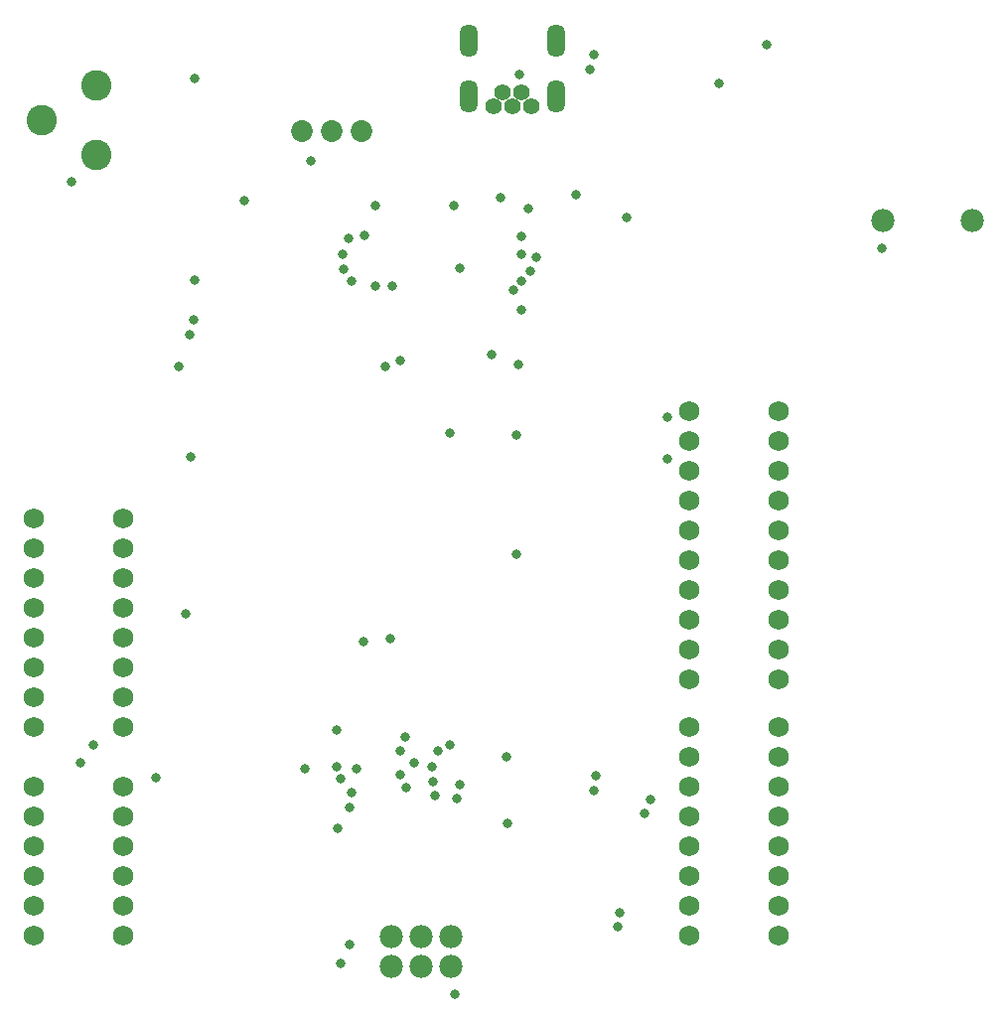
<source format=gbs>
G04*
G04 #@! TF.GenerationSoftware,Altium Limited,Altium Designer,20.1.14 (287)*
G04*
G04 Layer_Color=16711935*
%FSLAX25Y25*%
%MOIN*%
G70*
G04*
G04 #@! TF.SameCoordinates,AE2E9B50-125B-4246-99C6-3B409F254E70*
G04*
G04*
G04 #@! TF.FilePolarity,Negative*
G04*
G01*
G75*
%ADD49C,0.06800*%
%ADD50C,0.07800*%
%ADD51C,0.07296*%
%ADD52C,0.10249*%
%ADD53C,0.05556*%
%ADD54O,0.05950X0.11099*%
%ADD55C,0.03300*%
D49*
X50000Y110000D02*
D03*
Y100000D02*
D03*
Y90000D02*
D03*
Y80000D02*
D03*
Y70000D02*
D03*
Y60000D02*
D03*
X80000D02*
D03*
Y70000D02*
D03*
Y80000D02*
D03*
Y90000D02*
D03*
Y100000D02*
D03*
Y110000D02*
D03*
X270000Y60000D02*
D03*
Y70000D02*
D03*
Y80000D02*
D03*
Y90000D02*
D03*
Y100000D02*
D03*
Y110000D02*
D03*
Y120000D02*
D03*
Y130000D02*
D03*
X300000Y146000D02*
D03*
Y156000D02*
D03*
Y166000D02*
D03*
Y176000D02*
D03*
Y186000D02*
D03*
Y196000D02*
D03*
Y206000D02*
D03*
Y216000D02*
D03*
Y226000D02*
D03*
Y236000D02*
D03*
X50000Y200000D02*
D03*
Y190000D02*
D03*
Y180000D02*
D03*
Y170000D02*
D03*
Y160000D02*
D03*
Y150000D02*
D03*
Y140000D02*
D03*
Y130000D02*
D03*
X300000Y60000D02*
D03*
Y70000D02*
D03*
Y80000D02*
D03*
Y90000D02*
D03*
Y100000D02*
D03*
Y110000D02*
D03*
Y120000D02*
D03*
Y130000D02*
D03*
X80000D02*
D03*
Y140000D02*
D03*
Y150000D02*
D03*
Y160000D02*
D03*
Y170000D02*
D03*
Y180000D02*
D03*
Y190000D02*
D03*
Y200000D02*
D03*
X270000Y236000D02*
D03*
Y226000D02*
D03*
Y216000D02*
D03*
Y206000D02*
D03*
Y196000D02*
D03*
Y186000D02*
D03*
Y176000D02*
D03*
Y166000D02*
D03*
Y156000D02*
D03*
Y146000D02*
D03*
D50*
X170000Y49500D02*
D03*
Y59500D02*
D03*
X180000Y49500D02*
D03*
Y59500D02*
D03*
X190000Y49500D02*
D03*
Y59500D02*
D03*
X365000Y300000D02*
D03*
X335000D02*
D03*
D51*
X140000Y330000D02*
D03*
X150000D02*
D03*
X160000D02*
D03*
D52*
X52396Y333550D02*
D03*
X70900Y345330D02*
D03*
Y321830D02*
D03*
D53*
X216799Y338078D02*
D03*
X210500D02*
D03*
X204201D02*
D03*
X213650Y342802D02*
D03*
X207350D02*
D03*
D54*
X225067Y360322D02*
D03*
Y341621D02*
D03*
X195933D02*
D03*
Y360322D02*
D03*
D55*
X191232Y40011D02*
D03*
X101000Y168000D02*
D03*
X334500Y290500D02*
D03*
X213000Y349000D02*
D03*
X238000Y355500D02*
D03*
X143000Y320000D02*
D03*
X62500Y313000D02*
D03*
X102296Y261444D02*
D03*
X155500Y294000D02*
D03*
X153500Y288500D02*
D03*
X213500Y279500D02*
D03*
X218500Y287500D02*
D03*
X156500Y279500D02*
D03*
X173000Y253000D02*
D03*
X212500Y251500D02*
D03*
X262500Y220000D02*
D03*
Y234000D02*
D03*
X246500Y67500D02*
D03*
X255000Y101000D02*
D03*
X177500Y118000D02*
D03*
X184500Y107000D02*
D03*
X189500Y124000D02*
D03*
X173000Y114000D02*
D03*
Y122000D02*
D03*
X156000Y103000D02*
D03*
X151500Y116500D02*
D03*
X91000Y113000D02*
D03*
X70000Y124000D02*
D03*
X153000Y50500D02*
D03*
X65500Y118000D02*
D03*
X161000Y295000D02*
D03*
X213500Y288500D02*
D03*
X203500Y255000D02*
D03*
X170150Y277901D02*
D03*
X193000Y284000D02*
D03*
X154000Y283500D02*
D03*
X213500Y294500D02*
D03*
X211000Y276500D02*
D03*
X213500Y270000D02*
D03*
X168000Y251000D02*
D03*
X208500Y120000D02*
D03*
X193000Y110500D02*
D03*
X153000Y112500D02*
D03*
X151500Y129000D02*
D03*
X246000Y63000D02*
D03*
X164500Y278000D02*
D03*
X174500Y126500D02*
D03*
X103500Y266500D02*
D03*
X104000Y280000D02*
D03*
X183500Y116500D02*
D03*
X192000Y106000D02*
D03*
X152000Y96000D02*
D03*
X141000Y116000D02*
D03*
X209000Y97500D02*
D03*
X216500Y283000D02*
D03*
X212000Y228000D02*
D03*
X232000Y308500D02*
D03*
X189500Y228500D02*
D03*
X102500Y220500D02*
D03*
X216000Y304000D02*
D03*
X206500Y307500D02*
D03*
X98500Y251000D02*
D03*
X236500Y350500D02*
D03*
X191000Y305000D02*
D03*
X164500D02*
D03*
X249000Y301000D02*
D03*
X104000Y347500D02*
D03*
X120500Y306500D02*
D03*
X296000Y359000D02*
D03*
X280000Y346000D02*
D03*
X212000Y188000D02*
D03*
X169500Y159500D02*
D03*
X158150Y116000D02*
D03*
X156500Y108000D02*
D03*
X156000Y57000D02*
D03*
X175000Y109500D02*
D03*
X160500Y158500D02*
D03*
X185500Y122000D02*
D03*
X184000Y111500D02*
D03*
X238000Y108500D02*
D03*
X238500Y113500D02*
D03*
X257000Y105500D02*
D03*
M02*

</source>
